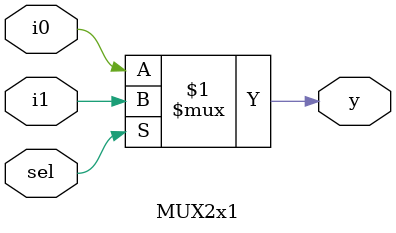
<source format=v>
`timescale 1ns / 1ps


module MUX2x1(input i0,i1,sel, output  y  );
assign y=sel ? i1:i0;
endmodule

</source>
